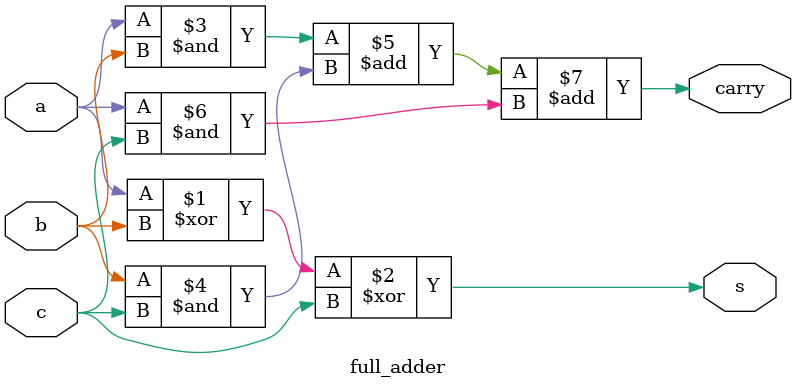
<source format=v>
module full_adder(a,b,c,s,carry);
input a,b,c;
output s,carry;
assign s=a^b^c;
assign carry=(a&b)+(b&c)+(a&c);
endmodule

</source>
